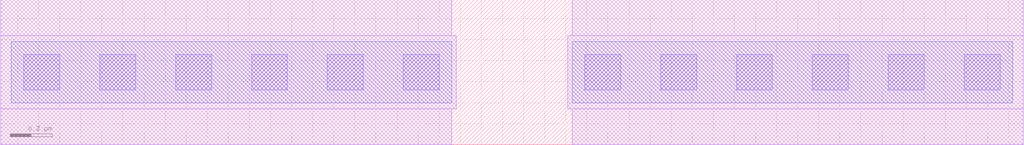
<source format=lef>
# Copyright 2020 The SkyWater PDK Authors
#
# Licensed under the Apache License, Version 2.0 (the "License");
# you may not use this file except in compliance with the License.
# You may obtain a copy of the License at
#
#     https://www.apache.org/licenses/LICENSE-2.0
#
# Unless required by applicable law or agreed to in writing, software
# distributed under the License is distributed on an "AS IS" BASIS,
# WITHOUT WARRANTIES OR CONDITIONS OF ANY KIND, either express or implied.
# See the License for the specific language governing permissions and
# limitations under the License.
#
# SPDX-License-Identifier: Apache-2.0

VERSION 5.7 ;
  NOWIREEXTENSIONATPIN ON ;
  DIVIDERCHAR "/" ;
  BUSBITCHARS "[]" ;
MACRO sky130_fd_pr__res_high_po_0p69__example1
  CLASS BLOCK ;
  FOREIGN sky130_fd_pr__res_high_po_0p69__example1 ;
  ORIGIN  2.080000  0.000000 ;
  SIZE  4.850000 BY  0.690000 ;
  OBS
    LAYER li1 ;
      RECT -2.080000 0.000000 0.060000 0.170000 ;
      RECT -2.080000 0.170000 0.080000 0.520000 ;
      RECT -2.080000 0.520000 0.060000 0.690000 ;
      RECT  0.610000 0.170000 2.770000 0.520000 ;
      RECT  0.630000 0.000000 2.770000 0.170000 ;
      RECT  0.630000 0.520000 2.770000 0.690000 ;
    LAYER mcon ;
      RECT -1.970000 0.260000 -1.800000 0.430000 ;
      RECT -1.610000 0.260000 -1.440000 0.430000 ;
      RECT -1.250000 0.260000 -1.080000 0.430000 ;
      RECT -0.890000 0.260000 -0.720000 0.430000 ;
      RECT -0.530000 0.260000 -0.360000 0.430000 ;
      RECT -0.170000 0.260000  0.000000 0.430000 ;
      RECT  0.690000 0.260000  0.860000 0.430000 ;
      RECT  1.050000 0.260000  1.220000 0.430000 ;
      RECT  1.410000 0.260000  1.580000 0.430000 ;
      RECT  1.770000 0.260000  1.940000 0.430000 ;
      RECT  2.130000 0.260000  2.300000 0.430000 ;
      RECT  2.490000 0.260000  2.660000 0.430000 ;
    LAYER met1 ;
      RECT -2.030000 0.200000 0.060000 0.490000 ;
      RECT  0.630000 0.200000 2.720000 0.490000 ;
  END
END sky130_fd_pr__res_high_po_0p69__example1
END LIBRARY

</source>
